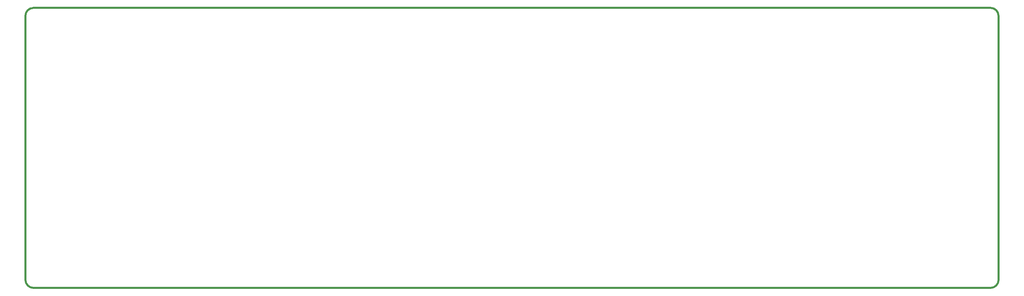
<source format=gtp>
G04*
G04 #@! TF.GenerationSoftware,Altium Limited,Altium Designer,22.6.1 (34)*
G04*
G04 Layer_Color=8421504*
%FSLAX43Y43*%
%MOMM*%
G71*
G04*
G04 #@! TF.SameCoordinates,AFDAA29C-E837-460D-B76C-917A312899C1*
G04*
G04*
G04 #@! TF.FilePolarity,Positive*
G04*
G01*
G75*
%ADD10C,0.500*%
D10*
X328000Y158012D02*
G03*
X326000Y160012I-2000J0D01*
G01*
X326000Y90000D02*
G03*
X328000Y92000I0J2000D01*
G01*
X85002Y92056D02*
G03*
X87072Y89987I2069J0D01*
G01*
X87000Y160000D02*
G03*
X85000Y158000I0J-2000D01*
G01*
X87000Y160000D02*
X326000D01*
X328000Y158012D02*
X328000Y92000D01*
X326000Y89987D02*
Y90000D01*
X87072Y89987D02*
X326000D01*
X85002Y92056D02*
X85002Y158000D01*
M02*

</source>
